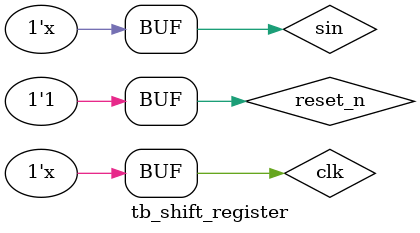
<source format=v>
module tb_shift_register;
parameter N = 4;
reg  clk, reset_n;
reg  sin; // Serial input data
wire [N-1:0] qout;

shift_register #(4) uut(clk, reset_n, sin, qout);

always #20 clk = ~clk;
always #30 sin = ~sin;

initial begin
clk = 0; reset_n = 1; sin = 0;
#10 reset_n = 0;
#10 reset_n = 1;
end
endmodule
</source>
